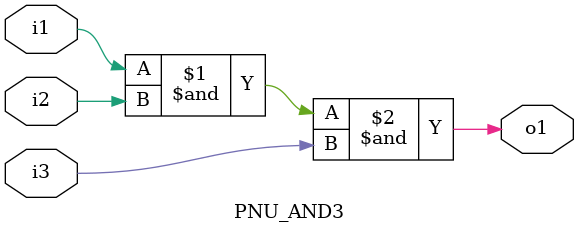
<source format=v>
/***********************
*
* Jong-gyu Park
* pjk5401@gmail.com
* 2016/09/02
*
***********************/

module PNU_AND3(i1, i2, i3, o1);
    input i1, i2, i3;
    output o1;
    assign o1 = i1 & i2 & i3;
endmodule
</source>
